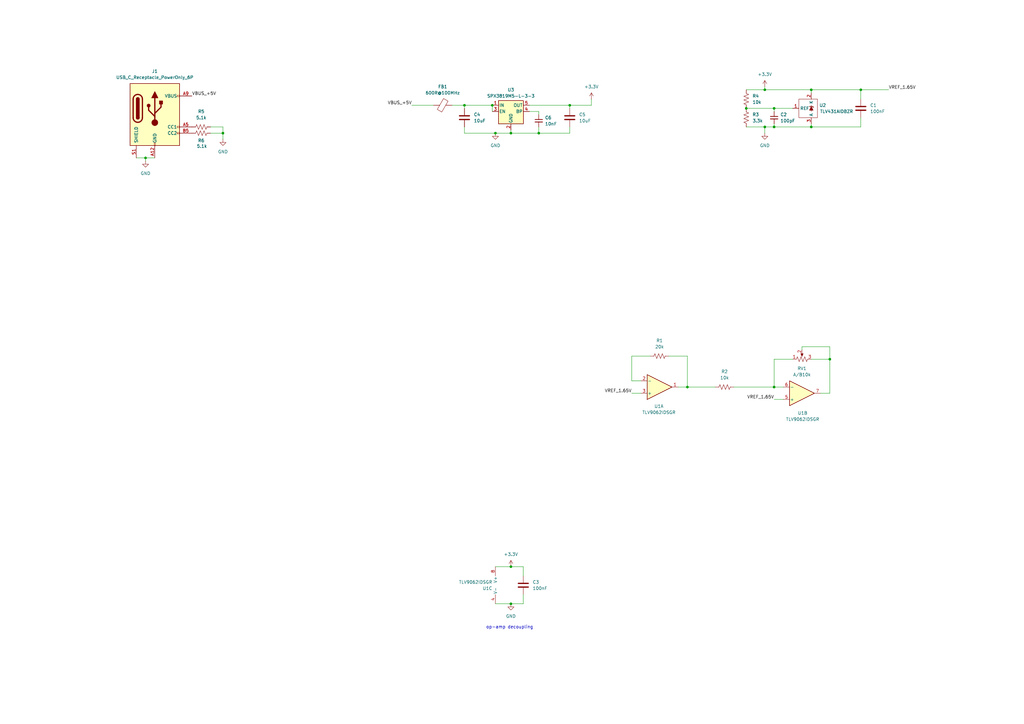
<source format=kicad_sch>
(kicad_sch (version 20250114) (generator "eeschema") (generator_version "9.0")
  (paper "A3")
  (lib_symbols
    (symbol "Amplifier_Operational:TLV9062" (pin_names (offset 0.127))
      (property "Reference" "U" (at 0 5.08 0))
      (property "Value" "TLV9062" (at 0 -5.08 0))
      (symbol "TLV9062_1_1"
        (polyline (pts (xy -5.08 5.08) (xy 5.08 0) (xy -5.08 -5.08) (xy -5.08 5.08)) (stroke (width 0.254)) (fill (type background)))
        (pin input line (at -7.62 2.54 0) (length 2.54) (name "+") (number "3"))
        (pin input line (at -7.62 -2.54 0) (length 2.54) (name "-") (number "2"))
        (pin output line (at 7.62 0 180) (length 2.54) (name "~") (number "1"))
      )
      (symbol "TLV9062_2_1"
        (polyline (pts (xy -5.08 5.08) (xy 5.08 0) (xy -5.08 -5.08) (xy -5.08 5.08)) (stroke (width 0.254)) (fill (type background)))
        (pin input line (at -7.62 2.54 0) (length 2.54) (name "+") (number "5"))
        (pin input line (at -7.62 -2.54 0) (length 2.54) (name "-") (number "6"))
        (pin output line (at 7.62 0 180) (length 2.54) (name "~") (number "7"))
      )
      (symbol "TLV9062_3_1"
        (pin power_in line (at -2.54 7.62 270) (length 3.81) (name "V+") (number "8"))
        (pin power_in line (at -2.54 -7.62 90) (length 3.81) (name "V-") (number "4"))
      )
    )
    (symbol "Connector:USB_C_Receptacle_PowerOnly_6P" (pin_names (offset 1.016))
      (property "Reference" "J" (at 0 16.51 0))
      (property "Value" "USB_C_Receptacle_PowerOnly_6P" (at 0 13.97 0))
      (symbol "USB_C_Receptacle_PowerOnly_6P_0_0"
        (rectangle (start -0.254 -12.7) (end 0.254 -11.684))
        (rectangle (start 10.16 7.874) (end 9.144 7.366))
        (rectangle (start 10.16 -4.826) (end 9.144 -5.334))
        (rectangle (start 10.16 -7.366) (end 9.144 -7.874))
      )
      (symbol "USB_C_Receptacle_PowerOnly_6P_0_1"
        (rectangle (start -10.16 12.7) (end 10.16 -12.7) (stroke (width 0.254)) (fill (type background)))
        (polyline (pts (xy -8.89 -1.27) (xy -8.89 6.35)) (stroke (width 0.508)))
        (rectangle (start -7.62 -1.27) (end -6.35 6.35) (stroke (width 0.254)) (fill (type outline)))
        (arc (start -7.62 6.35) (mid -6.985 6.9823) (end -6.35 6.35) (stroke (width 0.254)))
        (arc (start -7.62 6.35) (mid -6.985 6.9823) (end -6.35 6.35) (stroke (width 0.254)) (fill (type outline)))
        (arc (start -8.89 6.35) (mid -6.985 8.2467) (end -5.08 6.35) (stroke (width 0.508)))
        (arc (start -5.08 -1.27) (mid -6.985 -3.1667) (end -8.89 -1.27) (stroke (width 0.508)))
        (arc (start -6.35 -1.27) (mid -6.985 -1.9023) (end -7.62 -1.27) (stroke (width 0.254)))
        (arc (start -6.35 -1.27) (mid -6.985 -1.9023) (end -7.62 -1.27) (stroke (width 0.254)) (fill (type outline)))
        (polyline (pts (xy -5.08 6.35) (xy -5.08 -1.27)) (stroke (width 0.508)))
        (circle (center -2.54 3.683) (radius 0.635) (stroke (width 0.254)) (fill (type outline)))
        (polyline (pts (xy -1.27 6.858) (xy 0 9.398) (xy 1.27 6.858) (xy -1.27 6.858)) (stroke (width 0.254)) (fill (type outline)))
        (polyline (pts (xy 0 0.508) (xy 2.54 3.048) (xy 2.54 4.318)) (stroke (width 0.508)))
        (polyline (pts (xy 0 -0.762) (xy -2.54 1.778) (xy -2.54 3.048)) (stroke (width 0.508)))
        (polyline (pts (xy 0 -3.302) (xy 0 6.858)) (stroke (width 0.508)))
        (circle (center 0 -3.302) (radius 1.27) (fill (type outline)))
        (rectangle (start 1.905 4.318) (end 3.175 5.588) (stroke (width 0.254)) (fill (type outline)))
      )
      (symbol "USB_C_Receptacle_PowerOnly_6P_1_1"
        (pin passive line (at -7.62 -17.78 90) (length 5.08) (name "SHIELD") (number "S1"))
        (pin passive line (at 0 -17.78 90) (length 5.08) (name "GND") (number "A12"))
        (pin passive line (at 0 -17.78 90) (length 5.08) (hide yes) (name "GND") (number "B12"))
        (pin passive line (at 15.24 7.62 180) (length 5.08) (name "VBUS") (number "A9"))
        (pin passive line (at 15.24 7.62 180) (length 5.08) (hide yes) (name "VBUS") (number "B9"))
        (pin bidirectional line (at 15.24 -5.08 180) (length 5.08) (name "CC1") (number "A5"))
        (pin bidirectional line (at 15.24 -7.62 180) (length 5.08) (name "CC2") (number "B5"))
      )
    )
    (symbol "Device:C" (pin_numbers (hide yes)) (pin_names (offset 0.254))
      (property "Reference" "C" (at 0.635 2.54 0))
      (property "Value" "C" (at 0.635 -2.54 0))
      (symbol "C_0_1"
        (polyline (pts (xy -2.032 0.762) (xy 2.032 0.762)) (stroke (width 0.508)))
        (polyline (pts (xy -2.032 -0.762) (xy 2.032 -0.762)) (stroke (width 0.508)))
      )
      (symbol "C_1_1"
        (pin passive line (at 0 3.81 270) (length 2.794) (name "~") (number "1"))
        (pin passive line (at 0 -3.81 90) (length 2.794) (name "~") (number "2"))
      )
    )
    (symbol "Device:C_Small" (pin_numbers (hide yes)) (pin_names (offset 0.254) (hide yes))
      (property "Reference" "C" (at 0.254 1.778 0))
      (property "Value" "C_Small" (at 0.254 -2.032 0))
      (symbol "C_Small_0_1"
        (polyline (pts (xy -1.524 0.508) (xy 1.524 0.508)) (stroke (width 0.3048)))
        (polyline (pts (xy -1.524 -0.508) (xy 1.524 -0.508)) (stroke (width 0.3302)))
      )
      (symbol "C_Small_1_1"
        (pin passive line (at 0 2.54 270) (length 2.032) (name "~") (number "1"))
        (pin passive line (at 0 -2.54 90) (length 2.032) (name "~") (number "2"))
      )
    )
    (symbol "Device:FerriteBead" (pin_numbers (hide yes)) (pin_names (offset 0))
      (property "Reference" "FB" (at -3.81 0.635 90))
      (property "Value" "FerriteBead" (at 3.81 0 90))
      (symbol "FerriteBead_0_1"
        (polyline (pts (xy -2.7686 0.4064) (xy -1.7018 2.2606) (xy 2.7686 -0.3048) (xy 1.6764 -2.159) (xy -2.7686 0.4064)))
        (polyline (pts (xy 0 1.27) (xy 0 1.2954)))
        (polyline (pts (xy 0 -1.27) (xy 0 -1.2192)))
      )
      (symbol "FerriteBead_1_1"
        (pin passive line (at 0 3.81 270) (length 2.54) (name "~") (number "1"))
        (pin passive line (at 0 -3.81 90) (length 2.54) (name "~") (number "2"))
      )
    )
    (symbol "Device:R_Potentiometer_US" (pin_names (offset 1.016) (hide yes))
      (property "Reference" "RV" (at -4.445 0 90))
      (property "Value" "R_Potentiometer_US" (at -2.54 0 90))
      (symbol "R_Potentiometer_US_0_1"
        (polyline (pts (xy 0 2.54) (xy 0 2.286)))
        (polyline (pts (xy 0 2.286) (xy 1.016 1.905) (xy 0 1.524) (xy -1.016 1.143) (xy 0 0.762)))
        (polyline (pts (xy 0 0.762) (xy 1.016 0.381) (xy 0 0) (xy -1.016 -0.381) (xy 0 -0.762)))
        (polyline (pts (xy 0 -0.762) (xy 1.016 -1.143) (xy 0 -1.524) (xy -1.016 -1.905) (xy 0 -2.286)))
        (polyline (pts (xy 0 -2.286) (xy 0 -2.54)))
        (polyline (pts (xy 1.143 0) (xy 2.286 0.508) (xy 2.286 -0.508) (xy 1.143 0)) (fill (type outline)))
        (polyline (pts (xy 2.54 0) (xy 1.524 0)))
      )
      (symbol "R_Potentiometer_US_1_1"
        (pin passive line (at 0 3.81 270) (length 1.27) (name "1") (number "1"))
        (pin passive line (at 0 -3.81 90) (length 1.27) (name "3") (number "3"))
        (pin passive line (at 3.81 0 180) (length 1.27) (name "2") (number "2"))
      )
    )
    (symbol "Device:R_US" (pin_numbers (hide yes)) (pin_names (offset 0))
      (property "Reference" "R" (at 2.54 0 90))
      (property "Value" "R_US" (at -2.54 0 90))
      (symbol "R_US_0_1"
        (polyline (pts (xy 0 2.286) (xy 0 2.54)))
        (polyline (pts (xy 0 2.286) (xy 1.016 1.905) (xy 0 1.524) (xy -1.016 1.143) (xy 0 0.762)))
        (polyline (pts (xy 0 0.762) (xy 1.016 0.381) (xy 0 0) (xy -1.016 -0.381) (xy 0 -0.762)))
        (polyline (pts (xy 0 -0.762) (xy 1.016 -1.143) (xy 0 -1.524) (xy -1.016 -1.905) (xy 0 -2.286)))
        (polyline (pts (xy 0 -2.286) (xy 0 -2.54)))
      )
      (symbol "R_US_1_1"
        (pin passive line (at 0 3.81 270) (length 1.27) (name "~") (number "1"))
        (pin passive line (at 0 -3.81 90) (length 1.27) (name "~") (number "2"))
      )
    )
    (symbol "Reference_Voltage:TL431DBZ"
      (property "Reference" "U2" (at 1.2701 -2.54 90))
      (property "Value" "TLV431AIDBZR" (at -1.2699 -2.54 90))
      (symbol "TL431DBZ_0_1"
        (rectangle (start -3.81 5.08) (end 3.81 -2.54))
        (polyline (pts (xy -1.27 0) (xy 0 0) (xy 1.27 0)))
        (polyline (pts (xy -0.762 -0.762) (xy -0.762 0.762) (xy 0.762 0) (xy -0.762 -0.762)) (fill (type outline)))
        (polyline (pts (xy 0.254 -0.762) (xy 0.762 -0.762) (xy 0.762 0.762) (xy 0.762 0.762)) (stroke (width 0.254)))
      )
      (symbol "TL431DBZ_1_1"
        (pin passive line (at -6.35 0 0) (length 2.54) (name "A") (number "3"))
        (pin passive line (at 0 7.62 270) (length 2.54) (name "REF") (number "1"))
        (pin passive line (at 6.35 0 180) (length 2.54) (name "K") (number "2"))
      )
    )
    (symbol "Regulator_Linear:SPX3819M5-L-3-3" (pin_names (offset 0.254))
      (property "Reference" "U" (at -3.81 5.715 0))
      (property "Value" "SPX3819M5-L-3-3" (at 0 5.715 0))
      (symbol "SPX3819M5-L-3-3_0_1"
        (rectangle (start -5.08 4.445) (end 5.08 -5.08) (stroke (width 0.254)) (fill (type background)))
      )
      (symbol "SPX3819M5-L-3-3_1_1"
        (pin power_in line (at -7.62 2.54 0) (length 2.54) (name "IN") (number "1"))
        (pin input line (at -7.62 0 0) (length 2.54) (name "EN") (number "3"))
        (pin power_in line (at 0 -7.62 90) (length 2.54) (name "GND") (number "2"))
        (pin power_out line (at 7.62 2.54 180) (length 2.54) (name "OUT") (number "5"))
        (pin input line (at 7.62 0 180) (length 2.54) (name "BP") (number "4"))
      )
    )
    (symbol "power:+3.3V" (power) (pin_numbers (hide yes)) (pin_names (offset 0) (hide yes))
      (property "Value" "+3.3V" (at 0 3.556 0))
      (symbol "+3.3V_0_1"
        (polyline (pts (xy -0.762 1.27) (xy 0 2.54)))
        (polyline (pts (xy 0 2.54) (xy 0.762 1.27)))
        (polyline (pts (xy 0 0) (xy 0 2.54)))
      )
      (symbol "+3.3V_1_1"
        (pin power_in line (at 0 0 90) (length 0) (name "~") (number "1"))
      )
    )
    (symbol "power:GND" (power) (pin_numbers (hide yes)) (pin_names (offset 0) (hide yes))
      (property "Value" "GND" (at 0 -3.81 0))
      (symbol "GND_0_1"
        (polyline (pts (xy 0 0) (xy 0 -1.27) (xy 1.27 -1.27) (xy 0 -2.54) (xy -1.27 -1.27) (xy 0 -1.27)))
      )
      (symbol "GND_1_1"
        (pin power_in line (at 0 0 270) (length 0) (name "~") (number "1"))
      )
    )
  )
  (text "op-amp decoupling" (at 209.042 257.302 0) (effects (font (size 1.27 1.27))))
  (junction (at 313.69 36.83))
  (junction (at 332.74 52.07))
  (junction (at 332.74 36.83))
  (junction (at 209.55 247.65))
  (junction (at 317.5 44.45))
  (junction (at 203.2 54.61))
  (junction (at 201.93 43.18))
  (junction (at 91.44 54.61))
  (junction (at 317.5 158.75))
  (junction (at 353.06 36.83))
  (junction (at 317.5 52.07))
  (junction (at 190.5 43.18))
  (junction (at 281.94 158.75))
  (junction (at 233.68 43.18))
  (junction (at 209.55 232.41))
  (junction (at 313.69 52.07))
  (junction (at 59.69 64.77))
  (junction (at 209.55 54.61))
  (junction (at 306.07 44.45))
  (junction (at 220.98 54.61))
  (junction (at 340.36 147.32))
  (wire (pts (xy 313.69 36.83) (xy 332.74 36.83)))
  (wire (pts (xy 209.55 232.41) (xy 203.2 232.41)))
  (wire (pts (xy 209.55 54.61) (xy 209.55 53.34)))
  (wire (pts (xy 59.69 64.77) (xy 63.5 64.77)))
  (wire (pts (xy 214.63 243.84) (xy 214.63 247.65)))
  (wire (pts (xy 91.44 54.61) (xy 91.44 57.15)))
  (wire (pts (xy 353.06 36.83) (xy 364.49 36.83)))
  (wire (pts (xy 278.13 158.75) (xy 281.94 158.75)))
  (wire (pts (xy 190.5 54.61) (xy 203.2 54.61)))
  (wire (pts (xy 214.63 236.22) (xy 214.63 232.41)))
  (wire (pts (xy 203.2 54.61) (xy 209.55 54.61)))
  (wire (pts (xy 336.55 161.29) (xy 340.36 161.29)))
  (wire (pts (xy 274.32 146.05) (xy 281.94 146.05)))
  (wire (pts (xy 317.5 158.75) (xy 321.31 158.75)))
  (wire (pts (xy 220.98 45.72) (xy 220.98 46.99)))
  (wire (pts (xy 306.07 52.07) (xy 313.69 52.07)))
  (wire (pts (xy 220.98 54.61) (xy 233.68 54.61)))
  (wire (pts (xy 185.42 43.18) (xy 190.5 43.18)))
  (wire (pts (xy 313.69 52.07) (xy 317.5 52.07)))
  (wire (pts (xy 233.68 44.45) (xy 233.68 43.18)))
  (wire (pts (xy 317.5 147.32) (xy 317.5 158.75)))
  (wire (pts (xy 259.08 146.05) (xy 259.08 156.21)))
  (wire (pts (xy 214.63 247.65) (xy 209.55 247.65)))
  (wire (pts (xy 190.5 43.18) (xy 190.5 44.45)))
  (wire (pts (xy 55.88 64.77) (xy 59.69 64.77)))
  (wire (pts (xy 233.68 43.18) (xy 242.57 43.18)))
  (wire (pts (xy 353.06 52.07) (xy 353.06 48.26)))
  (wire (pts (xy 317.5 52.07) (xy 332.74 52.07)))
  (wire (pts (xy 328.93 142.24) (xy 340.36 142.24)))
  (wire (pts (xy 259.08 156.21) (xy 262.89 156.21)))
  (wire (pts (xy 209.55 54.61) (xy 220.98 54.61)))
  (wire (pts (xy 332.74 38.1) (xy 332.74 36.83)))
  (wire (pts (xy 262.89 161.29) (xy 259.08 161.29)))
  (wire (pts (xy 332.74 147.32) (xy 340.36 147.32)))
  (wire (pts (xy 217.17 45.72) (xy 220.98 45.72)))
  (wire (pts (xy 233.68 54.61) (xy 233.68 52.07)))
  (wire (pts (xy 281.94 158.75) (xy 293.37 158.75)))
  (wire (pts (xy 313.69 52.07) (xy 313.69 54.61)))
  (wire (pts (xy 209.55 247.65) (xy 203.2 247.65)))
  (wire (pts (xy 332.74 50.8) (xy 332.74 52.07)))
  (wire (pts (xy 317.5 44.45) (xy 325.12 44.45)))
  (wire (pts (xy 242.57 40.64) (xy 242.57 43.18)))
  (wire (pts (xy 281.94 158.75) (xy 281.94 146.05)))
  (wire (pts (xy 220.98 52.07) (xy 220.98 54.61)))
  (wire (pts (xy 306.07 36.83) (xy 313.69 36.83)))
  (wire (pts (xy 59.69 64.77) (xy 59.69 66.04)))
  (wire (pts (xy 259.08 146.05) (xy 266.7 146.05)))
  (wire (pts (xy 340.36 147.32) (xy 340.36 161.29)))
  (wire (pts (xy 168.91 43.18) (xy 177.8 43.18)))
  (wire (pts (xy 306.07 44.45) (xy 317.5 44.45)))
  (wire (pts (xy 300.99 158.75) (xy 317.5 158.75)))
  (wire (pts (xy 313.69 35.56) (xy 313.69 36.83)))
  (wire (pts (xy 190.5 43.18) (xy 201.93 43.18)))
  (wire (pts (xy 340.36 142.24) (xy 340.36 147.32)))
  (wire (pts (xy 353.06 40.64) (xy 353.06 36.83)))
  (wire (pts (xy 332.74 36.83) (xy 353.06 36.83)))
  (wire (pts (xy 91.44 52.07) (xy 91.44 54.61)))
  (wire (pts (xy 325.12 147.32) (xy 317.5 147.32)))
  (wire (pts (xy 217.17 43.18) (xy 233.68 43.18)))
  (wire (pts (xy 332.74 52.07) (xy 353.06 52.07)))
  (wire (pts (xy 214.63 232.41) (xy 209.55 232.41)))
  (wire (pts (xy 317.5 44.45) (xy 317.5 45.72)))
  (wire (pts (xy 317.5 163.83) (xy 321.31 163.83)))
  (wire (pts (xy 86.36 54.61) (xy 91.44 54.61)))
  (wire (pts (xy 328.93 143.51) (xy 328.93 142.24)))
  (wire (pts (xy 317.5 50.8) (xy 317.5 52.07)))
  (wire (pts (xy 86.36 52.07) (xy 91.44 52.07)))
  (wire (pts (xy 190.5 52.07) (xy 190.5 54.61)))
  (wire (pts (xy 201.93 43.18) (xy 201.93 45.72)))
  (label "VREF_1.65V" (at 317.5 163.83 180))
  (label "VBUS_+5V" (at 78.74 39.37 0))
  (label "VREF_1.65V" (at 364.49 36.83 0))
  (label "VREF_1.65V" (at 259.08 161.29 180))
  (label "VBUS_+5V" (at 168.91 43.18 180))
  (symbol (lib_id "Amplifier_Operational:TLV9062") (at 270.51 158.75 0) (mirror x) (unit 1)
    (property "Reference" "U1" (at 270.256 166.624 0))
    (property "Value" "TLV9062IDSGR" (at 270.256 169.164 0))
    (property "Datasheet" "https://www.ti.com/lit/ds/symlink/tlv9062.pdf" (effects (hide yes)))
    (property "Description" "Dual Operational Amplifiers, SOIC-8/TSSOP-8/VSSOP-8" (effects (hide yes)))
  )
  (symbol (lib_id "Device:R_US") (at 82.55 52.07 90) (unit 1)
    (property "Reference" "R5" (at 82.55 45.72 90))
    (property "Value" "5.1k" (at 82.55 48.26 90))
    (property "Description" "Resistor, US symbol" (effects (hide yes)))
  )
  (symbol (lib_id "power:+3.3V") (at 313.69 35.56 0) (unit 1)
    (property "Reference" "#PWR02" (effects (hide yes)))
    (property "Value" "+3.3V" (at 313.69 30.48 0))
    (property "Description" "Power symbol creates a global label with name \"+3.3V\"" (effects (hide yes)))
  )
  (symbol (lib_id "Regulator_Linear:SPX3819M5-L-3-3") (at 209.55 45.72 0) (unit 1)
    (property "Reference" "U3" (at 209.55 36.83 0))
    (property "Value" "SPX3819M5-L-3-3" (at 209.55 39.37 0))
    (property "Footprint" "Package_TO_SOT_SMD:SOT-23-5" (effects (hide yes)))
    (property "Datasheet" "https://www.exar.com/content/document.ashx?id=22106&languageid=1033&type=Datasheet&partnumber=SPX3819&filename=SPX3819.pdf&part=SPX3819" (effects (hide yes)))
    (property "Description" "500mA Low drop-out regulator, Fixed Output 3.3V, SOT-23-5" (effects (hide yes)))
  )
  (symbol (lib_id "Device:C") (at 233.68 48.26 0) (unit 1)
    (property "Reference" "C5" (at 237.49 46.9899 0) (effects (justify left)))
    (property "Value" "10uF" (at 237.49 49.5299 0) (effects (justify left)))
    (property "Description" "Unpolarized capacitor" (effects (hide yes)))
  )
  (symbol (lib_id "Device:FerriteBead") (at 181.61 43.18 90) (unit 1)
    (property "Reference" "FB1" (at 181.5592 35.56 90))
    (property "Value" "600R@100MHz" (at 181.5592 38.1 90))
    (property "Description" "Ferrite bead" (effects (hide yes)))
  )
  (symbol (lib_id "power:GND") (at 209.55 247.65 0) (unit 1)
    (property "Reference" "#PWR04" (effects (hide yes)))
    (property "Value" "GND" (at 209.55 252.73 0))
    (property "Description" "Power symbol creates a global label with name \"GND\" , ground" (effects (hide yes)))
  )
  (symbol (lib_id "Device:R_US") (at 82.55 54.61 90) (unit 1)
    (property "Reference" "R6" (at 82.55 57.658 90))
    (property "Value" "5.1k" (at 82.804 59.944 90))
    (property "Description" "Resistor, US symbol" (effects (hide yes)))
  )
  (symbol (lib_id "Device:C") (at 214.63 240.03 0) (unit 1)
    (property "Reference" "C3" (at 218.44 238.7599 0) (effects (justify left)))
    (property "Value" "100nF" (at 218.44 241.2999 0) (effects (justify left)))
    (property "Description" "Unpolarized capacitor" (effects (hide yes)))
  )
  (symbol (lib_id "Device:C") (at 353.06 44.45 0) (unit 1)
    (property "Reference" "C1" (at 356.87 43.1799 0) (effects (justify left)))
    (property "Value" "100nF" (at 356.87 45.7199 0) (effects (justify left)))
    (property "Description" "Unpolarized capacitor" (effects (hide yes)))
  )
  (symbol (lib_id "Device:C_Small") (at 220.98 49.53 0) (unit 1)
    (property "Reference" "C6" (at 223.52 48.2662 0) (effects (justify left)))
    (property "Value" "10nF" (at 223.52 50.8062 0) (effects (justify left)))
    (property "Description" "Unpolarized capacitor, small symbol" (effects (hide yes)))
  )
  (symbol (lib_id "Amplifier_Operational:TLV9062") (at 205.74 240.03 0) (unit 3)
    (property "Reference" "U1" (at 201.93 241.3001 0) (effects (justify right)))
    (property "Value" "TLV9062IDSGR" (at 201.93 238.7601 0) (effects (justify right)))
    (property "Datasheet" "https://www.ti.com/lit/ds/symlink/tlv9062.pdf" (effects (hide yes)))
    (property "Description" "Dual Operational Amplifiers, SOIC-8/TSSOP-8/VSSOP-8" (effects (hide yes)))
  )
  (symbol (lib_id "power:+3.3V") (at 242.57 40.64 0) (unit 1)
    (property "Reference" "#PWR08" (effects (hide yes)))
    (property "Value" "+3.3V" (at 242.57 35.56 0))
    (property "Description" "Power symbol creates a global label with name \"+3.3V\"" (effects (hide yes)))
  )
  (symbol (lib_id "power:GND") (at 313.69 54.61 0) (unit 1)
    (property "Reference" "#PWR01" (effects (hide yes)))
    (property "Value" "GND" (at 313.69 59.69 0))
    (property "Description" "Power symbol creates a global label with name \"GND\" , ground" (effects (hide yes)))
  )
  (symbol (lib_id "Connector:USB_C_Receptacle_PowerOnly_6P") (at 63.5 46.99 0) (unit 1)
    (property "Reference" "J1" (at 63.5 29.21 0))
    (property "Value" "USB_C_Receptacle_PowerOnly_6P" (at 63.5 31.75 0))
    (property "Datasheet" "https://www.usb.org/sites/default/files/documents/usb_type-c.zip" (effects (hide yes)))
    (property "Description" "USB Power-Only 6P Type-C Receptacle connector" (effects (hide yes)))
  )
  (symbol (lib_id "Device:R_US") (at 306.07 40.64 0) (unit 1)
    (property "Reference" "R4" (at 308.61 39.3699 0) (effects (justify left)))
    (property "Value" "10k" (at 308.61 41.9099 0) (effects (justify left)))
    (property "Description" "Resistor, US symbol" (effects (hide yes)))
  )
  (symbol (lib_id "Device:C_Small") (at 317.5 48.26 0) (unit 1)
    (property "Reference" "C2" (at 320.04 46.9962 0) (effects (justify left)))
    (property "Value" "100pF" (at 320.04 49.5362 0) (effects (justify left)))
    (property "Description" "Unpolarized capacitor, small symbol" (effects (hide yes)))
  )
  (symbol (lib_id "Reference_Voltage:TL431DBZ") (at 332.74 44.45 90) (unit 1)
    (property "Reference" "U2" (at 336.042 43.18 90) (effects (justify right)))
    (property "Value" "TLV431AIDBZR" (at 336.296 45.72 90) (effects (justify right)))
    (property "Footprint" "Package_TO_SOT_SMD:SOT-23" (effects (hide yes)))
    (property "Datasheet" "http://www.ti.com/lit/ds/symlink/tl431.pdf" (effects (hide yes)))
    (property "Description" "Shunt Regulator, SOT-23" (effects (hide yes)))
  )
  (symbol (lib_id "Amplifier_Operational:TLV9062") (at 328.93 161.29 0) (mirror x) (unit 2)
    (property "Reference" "U1" (at 329.184 169.418 0))
    (property "Value" "TLV9062IDSGR" (at 329.184 171.958 0))
    (property "Datasheet" "https://www.ti.com/lit/ds/symlink/tlv9062.pdf" (effects (hide yes)))
    (property "Description" "Dual Operational Amplifiers, SOIC-8/TSSOP-8/VSSOP-8" (effects (hide yes)))
  )
  (symbol (lib_id "Device:C") (at 190.5 48.26 0) (unit 1)
    (property "Reference" "C4" (at 194.31 46.9899 0) (effects (justify left)))
    (property "Value" "10uF" (at 194.31 49.5299 0) (effects (justify left)))
    (property "Description" "Unpolarized capacitor" (effects (hide yes)))
  )
  (symbol (lib_id "Device:R_US") (at 297.18 158.75 90) (unit 1)
    (property "Reference" "R2" (at 297.18 152.4 90))
    (property "Value" "10k" (at 297.18 154.94 90))
    (property "Description" "Resistor, US symbol" (effects (hide yes)))
  )
  (symbol (lib_id "Device:R_Potentiometer_US") (at 328.93 147.32 90) (unit 1)
    (property "Reference" "RV1" (at 328.93 151.13 90))
    (property "Value" "A/B10k" (at 328.93 153.67 90))
    (property "Description" "Potentiometer, US symbol" (effects (hide yes)))
  )
  (symbol (lib_id "Device:R_US") (at 270.51 146.05 90) (unit 1)
    (property "Reference" "R1" (at 270.51 139.7 90))
    (property "Value" "20k" (at 270.51 142.24 90))
    (property "Description" "Resistor, US symbol" (effects (hide yes)))
  )
  (symbol (lib_id "power:GND") (at 59.69 66.04 0) (unit 1)
    (property "Reference" "#PWR06" (effects (hide yes)))
    (property "Value" "GND" (at 59.69 71.12 0))
    (property "Description" "Power symbol creates a global label with name \"GND\" , ground" (effects (hide yes)))
  )
  (symbol (lib_id "power:+3.3V") (at 209.55 232.41 0) (unit 1)
    (property "Reference" "#PWR03" (effects (hide yes)))
    (property "Value" "+3.3V" (at 209.55 227.33 0))
    (property "Description" "Power symbol creates a global label with name \"+3.3V\"" (effects (hide yes)))
  )
  (symbol (lib_id "power:GND") (at 91.44 57.15 0) (unit 1)
    (property "Reference" "#PWR05" (effects (hide yes)))
    (property "Value" "GND" (at 91.44 62.23 0))
    (property "Description" "Power symbol creates a global label with name \"GND\" , ground" (effects (hide yes)))
  )
  (symbol (lib_id "Device:R_US") (at 306.07 48.26 0) (unit 1)
    (property "Reference" "R3" (at 308.61 46.9899 0) (effects (justify left)))
    (property "Value" "3.3k" (at 308.61 49.5299 0) (effects (justify left)))
    (property "Description" "Resistor, US symbol" (effects (hide yes)))
  )
  (symbol (lib_id "power:GND") (at 203.2 54.61 0) (unit 1)
    (property "Reference" "#PWR07" (effects (hide yes)))
    (property "Value" "GND" (at 203.2 59.69 0))
    (property "Description" "Power symbol creates a global label with name \"GND\" , ground" (effects (hide yes)))
  )
)
</source>
